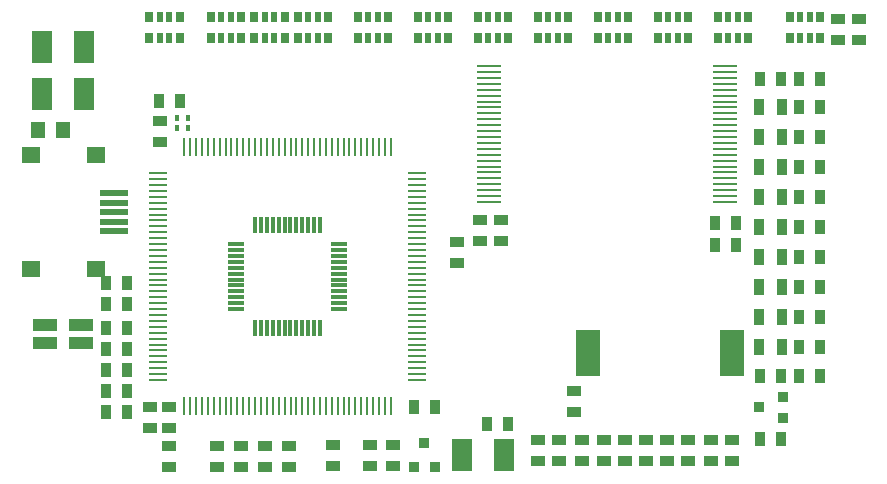
<source format=gtp>
G04 (created by PCBNEW (2013-04-19 BZR 4011)-stable) date 01/07/2013 10:58:15*
%MOIN*%
G04 Gerber Fmt 3.4, Leading zero omitted, Abs format*
%FSLAX34Y34*%
G01*
G70*
G90*
G04 APERTURE LIST*
%ADD10C,2.3622e-006*%
%ADD11R,0.0118X0.0572*%
%ADD12R,0.0572X0.0118*%
%ADD13R,0.06X0.01*%
%ADD14R,0.01X0.06*%
%ADD15R,0.07X0.11*%
%ADD16R,0.045X0.055*%
%ADD17R,0.035X0.045*%
%ADD18R,0.045X0.035*%
%ADD19R,0.035X0.055*%
%ADD20R,0.036X0.036*%
%ADD21R,0.0787X0.1575*%
%ADD22R,0.063X0.0551*%
%ADD23R,0.0925X0.0197*%
%ADD24R,0.08X0.04*%
%ADD25R,0.0157X0.0236*%
%ADD26R,0.0787X0.0078*%
%ADD27R,0.0256X0.0356*%
%ADD28R,0.0197X0.0356*%
G04 APERTURE END LIST*
G54D10*
G54D11*
X83689Y-50377D03*
X83492Y-50377D03*
X83295Y-50377D03*
X83098Y-50377D03*
X82902Y-50377D03*
X82705Y-50377D03*
X83886Y-50377D03*
X84083Y-50377D03*
G54D12*
X84723Y-51017D03*
X84723Y-51214D03*
X84723Y-51411D03*
G54D11*
X82705Y-53823D03*
X82508Y-53823D03*
X82311Y-53823D03*
X82114Y-53823D03*
X81917Y-53823D03*
G54D12*
X81277Y-53183D03*
G54D11*
X82902Y-53823D03*
X83098Y-53823D03*
X83295Y-53823D03*
X83492Y-53823D03*
X83689Y-53823D03*
G54D12*
X81277Y-52002D03*
X84723Y-52592D03*
X81277Y-52198D03*
X84723Y-52789D03*
X84723Y-52986D03*
X81277Y-52395D03*
X81277Y-52592D03*
X84723Y-53183D03*
G54D11*
X84083Y-53823D03*
G54D12*
X81277Y-52789D03*
X81277Y-52986D03*
G54D11*
X83886Y-53823D03*
G54D12*
X84723Y-52395D03*
X81277Y-51805D03*
X81277Y-51608D03*
X84723Y-52198D03*
X84723Y-52002D03*
X81277Y-51411D03*
X81277Y-51214D03*
X84723Y-51805D03*
X84723Y-51608D03*
X81277Y-51017D03*
G54D11*
X82508Y-50377D03*
X82311Y-50377D03*
X82114Y-50377D03*
X81917Y-50377D03*
G54D13*
X78675Y-48655D03*
X78675Y-48855D03*
X78675Y-49050D03*
X78675Y-49245D03*
X78675Y-49445D03*
X78675Y-49640D03*
X78675Y-49835D03*
X78675Y-50035D03*
X78675Y-50230D03*
X78675Y-50425D03*
X78675Y-50625D03*
X78675Y-50820D03*
X78675Y-51015D03*
X78675Y-51215D03*
X78675Y-51410D03*
X78675Y-51605D03*
X78675Y-51805D03*
X78675Y-52000D03*
X78675Y-52200D03*
X78675Y-52395D03*
X78675Y-52595D03*
X78675Y-52790D03*
X78675Y-52985D03*
X78675Y-53185D03*
X78675Y-53380D03*
X78675Y-53575D03*
X78675Y-53775D03*
X78675Y-53970D03*
X78675Y-54165D03*
X78675Y-54365D03*
X78675Y-54560D03*
X78675Y-54755D03*
X78675Y-54955D03*
X78675Y-55150D03*
X78675Y-55345D03*
X78675Y-55545D03*
G54D14*
X85265Y-56425D03*
X85460Y-56425D03*
X85655Y-56425D03*
X85855Y-56425D03*
X86050Y-56425D03*
X86245Y-56425D03*
X86445Y-56425D03*
X85460Y-47775D03*
X85265Y-47775D03*
X85065Y-47775D03*
X84870Y-47775D03*
X84675Y-47775D03*
X84475Y-47775D03*
X84280Y-47775D03*
X84085Y-47775D03*
X83885Y-47775D03*
X83690Y-47775D03*
X83495Y-47775D03*
X83295Y-47775D03*
X83100Y-47775D03*
X82900Y-47775D03*
X82705Y-47775D03*
X82505Y-47775D03*
X82310Y-47775D03*
X82115Y-47775D03*
X81915Y-47775D03*
X81720Y-47775D03*
X81525Y-47775D03*
X81325Y-47775D03*
X81130Y-47775D03*
X80935Y-47775D03*
X80735Y-47775D03*
X80540Y-47775D03*
X80345Y-47775D03*
X80145Y-47775D03*
X79950Y-47775D03*
X79755Y-47775D03*
X79555Y-47775D03*
X79555Y-56425D03*
X79755Y-56425D03*
X79950Y-56425D03*
X80145Y-56425D03*
X80345Y-56425D03*
X80540Y-56425D03*
X80735Y-56425D03*
X80935Y-56425D03*
X81130Y-56425D03*
X81325Y-56425D03*
X81525Y-56425D03*
X81720Y-56425D03*
X81915Y-56425D03*
X82115Y-56425D03*
X82310Y-56425D03*
X82505Y-56425D03*
X82705Y-56425D03*
X82900Y-56425D03*
X83100Y-56425D03*
X83295Y-56425D03*
X83495Y-56425D03*
X83690Y-56425D03*
X83885Y-56425D03*
X84085Y-56425D03*
X84280Y-56425D03*
X84475Y-56425D03*
X84675Y-56425D03*
X84870Y-56425D03*
X85065Y-56425D03*
G54D13*
X87325Y-54560D03*
X87325Y-54365D03*
X87325Y-54165D03*
X87325Y-53970D03*
X87325Y-53775D03*
X87325Y-53575D03*
X87325Y-53380D03*
X87325Y-53185D03*
X87325Y-52985D03*
X87325Y-52790D03*
X87325Y-52595D03*
X87325Y-52395D03*
X87325Y-52200D03*
X87325Y-52000D03*
X87325Y-51805D03*
X87325Y-51605D03*
X87325Y-51410D03*
X87325Y-51215D03*
X87325Y-51015D03*
X87325Y-50820D03*
X87325Y-50625D03*
X87325Y-50425D03*
X87325Y-50230D03*
X87325Y-50035D03*
X87325Y-49835D03*
X87325Y-49640D03*
X87325Y-49445D03*
X87325Y-49245D03*
X87325Y-49050D03*
X87325Y-48855D03*
X87325Y-48655D03*
X87325Y-55545D03*
X87325Y-55345D03*
X87325Y-55150D03*
X87325Y-54955D03*
X87325Y-54755D03*
G54D14*
X86445Y-47775D03*
X86245Y-47775D03*
X86050Y-47775D03*
X85855Y-47775D03*
X85655Y-47775D03*
G54D15*
X74800Y-46000D03*
X76200Y-46000D03*
X76200Y-44450D03*
X74800Y-44450D03*
G54D16*
X75525Y-47200D03*
X74675Y-47200D03*
G54D17*
X100750Y-47450D03*
X100050Y-47450D03*
G54D18*
X88650Y-51650D03*
X88650Y-50950D03*
G54D17*
X76950Y-55200D03*
X77650Y-55200D03*
X77650Y-55900D03*
X76950Y-55900D03*
X77650Y-56600D03*
X76950Y-56600D03*
G54D18*
X78400Y-56450D03*
X78400Y-57150D03*
G54D17*
X78700Y-46250D03*
X79400Y-46250D03*
G54D18*
X90100Y-50200D03*
X90100Y-50900D03*
G54D17*
X100750Y-54450D03*
X100050Y-54450D03*
X76950Y-54500D03*
X77650Y-54500D03*
X100750Y-46450D03*
X100050Y-46450D03*
X100750Y-53450D03*
X100050Y-53450D03*
X100750Y-48450D03*
X100050Y-48450D03*
X100750Y-49450D03*
X100050Y-49450D03*
X100750Y-51450D03*
X100050Y-51450D03*
X100750Y-52450D03*
X100050Y-52450D03*
X100750Y-50450D03*
X100050Y-50450D03*
X89650Y-57000D03*
X90350Y-57000D03*
G54D18*
X79050Y-57150D03*
X79050Y-56450D03*
G54D17*
X77650Y-52300D03*
X76950Y-52300D03*
X77650Y-53000D03*
X76950Y-53000D03*
G54D19*
X99475Y-46450D03*
X98725Y-46450D03*
X99475Y-47450D03*
X98725Y-47450D03*
X99475Y-48450D03*
X98725Y-48450D03*
X99475Y-49450D03*
X98725Y-49450D03*
X99475Y-51450D03*
X98725Y-51450D03*
X99475Y-50450D03*
X98725Y-50450D03*
X99475Y-52450D03*
X98725Y-52450D03*
X99475Y-53450D03*
X98725Y-53450D03*
X99475Y-54450D03*
X98725Y-54450D03*
G54D18*
X78750Y-47600D03*
X78750Y-46900D03*
G54D17*
X100050Y-45500D03*
X100750Y-45500D03*
X97950Y-50300D03*
X97250Y-50300D03*
X98750Y-45500D03*
X99450Y-45500D03*
X98750Y-57500D03*
X99450Y-57500D03*
X99450Y-55400D03*
X98750Y-55400D03*
G54D18*
X101350Y-43500D03*
X101350Y-44200D03*
G54D20*
X99500Y-56100D03*
X99500Y-56800D03*
X98700Y-56450D03*
G54D21*
X93000Y-54650D03*
X97800Y-54650D03*
G54D22*
X74435Y-48060D03*
X76600Y-48060D03*
X74435Y-51840D03*
X76600Y-51840D03*
G54D23*
X77230Y-49320D03*
X77230Y-49635D03*
X77230Y-49950D03*
X77230Y-50265D03*
X77230Y-50580D03*
G54D18*
X102050Y-44200D03*
X102050Y-43500D03*
G54D15*
X90200Y-58050D03*
X88800Y-58050D03*
G54D24*
X74900Y-54300D03*
X76100Y-54300D03*
X76100Y-53700D03*
X74900Y-53700D03*
G54D18*
X81450Y-58450D03*
X81450Y-57750D03*
X84500Y-57700D03*
X84500Y-58400D03*
X80650Y-57750D03*
X80650Y-58450D03*
X79050Y-57750D03*
X79050Y-58450D03*
G54D20*
X87900Y-58450D03*
X87200Y-58450D03*
X87550Y-57650D03*
G54D18*
X85750Y-58400D03*
X85750Y-57700D03*
X97100Y-58250D03*
X97100Y-57550D03*
X96350Y-57550D03*
X96350Y-58250D03*
X95650Y-57550D03*
X95650Y-58250D03*
X94950Y-57550D03*
X94950Y-58250D03*
X94250Y-57550D03*
X94250Y-58250D03*
X93550Y-58250D03*
X93550Y-57550D03*
X92800Y-57550D03*
X92800Y-58250D03*
X92050Y-57550D03*
X92050Y-58250D03*
X91350Y-57550D03*
X91350Y-58250D03*
X97800Y-58250D03*
X97800Y-57550D03*
X82250Y-58450D03*
X82250Y-57750D03*
X92550Y-55900D03*
X92550Y-56600D03*
G54D17*
X100750Y-55400D03*
X100050Y-55400D03*
G54D18*
X86500Y-58400D03*
X86500Y-57700D03*
X83050Y-58450D03*
X83050Y-57750D03*
X89400Y-50900D03*
X89400Y-50200D03*
G54D17*
X87900Y-56450D03*
X87200Y-56450D03*
X76950Y-53800D03*
X77650Y-53800D03*
G54D25*
X79677Y-46800D03*
X79323Y-46800D03*
X79677Y-47150D03*
X79323Y-47150D03*
G54D26*
X97587Y-49220D03*
X97587Y-49023D03*
X97587Y-48826D03*
X97587Y-48630D03*
X97587Y-48433D03*
X97587Y-48236D03*
X97587Y-48039D03*
X97587Y-47842D03*
X97587Y-47645D03*
X97587Y-47448D03*
X97587Y-47252D03*
X97587Y-47055D03*
X97587Y-46858D03*
X97587Y-46661D03*
X97587Y-46464D03*
X97587Y-46267D03*
X97587Y-46070D03*
X97587Y-45874D03*
X97587Y-45677D03*
X97587Y-45480D03*
X97587Y-45283D03*
X97587Y-45086D03*
X89713Y-45086D03*
X89713Y-45283D03*
X89713Y-45480D03*
X89713Y-45677D03*
X89713Y-45874D03*
X89713Y-46070D03*
X89713Y-46267D03*
X89713Y-46464D03*
X89713Y-46661D03*
X89713Y-46858D03*
X89713Y-47055D03*
X89713Y-47252D03*
X89713Y-47448D03*
X89713Y-47645D03*
X89713Y-47842D03*
X89713Y-48039D03*
X89713Y-48236D03*
X89713Y-48433D03*
X89713Y-48630D03*
X89713Y-48826D03*
X89713Y-49023D03*
X89713Y-49220D03*
X89713Y-49417D03*
X89713Y-49614D03*
X97587Y-49417D03*
X97587Y-49614D03*
G54D17*
X97250Y-51050D03*
X97950Y-51050D03*
G54D27*
X100752Y-44149D03*
G54D28*
X100407Y-44149D03*
X100093Y-44149D03*
G54D27*
X99748Y-44149D03*
X99748Y-43451D03*
G54D28*
X100093Y-43451D03*
X100407Y-43451D03*
G54D27*
X100752Y-43451D03*
X98352Y-44149D03*
G54D28*
X98007Y-44149D03*
X97693Y-44149D03*
G54D27*
X97348Y-44149D03*
X97348Y-43451D03*
G54D28*
X97693Y-43451D03*
X98007Y-43451D03*
G54D27*
X98352Y-43451D03*
X96352Y-44149D03*
G54D28*
X96007Y-44149D03*
X95693Y-44149D03*
G54D27*
X95348Y-44149D03*
X95348Y-43451D03*
G54D28*
X95693Y-43451D03*
X96007Y-43451D03*
G54D27*
X96352Y-43451D03*
X94352Y-44149D03*
G54D28*
X94007Y-44149D03*
X93693Y-44149D03*
G54D27*
X93348Y-44149D03*
X93348Y-43451D03*
G54D28*
X93693Y-43451D03*
X94007Y-43451D03*
G54D27*
X94352Y-43451D03*
X92352Y-44149D03*
G54D28*
X92007Y-44149D03*
X91693Y-44149D03*
G54D27*
X91348Y-44149D03*
X91348Y-43451D03*
G54D28*
X91693Y-43451D03*
X92007Y-43451D03*
G54D27*
X92352Y-43451D03*
X90352Y-44149D03*
G54D28*
X90007Y-44149D03*
X89693Y-44149D03*
G54D27*
X89348Y-44149D03*
X89348Y-43451D03*
G54D28*
X89693Y-43451D03*
X90007Y-43451D03*
G54D27*
X90352Y-43451D03*
X88352Y-44149D03*
G54D28*
X88007Y-44149D03*
X87693Y-44149D03*
G54D27*
X87348Y-44149D03*
X87348Y-43451D03*
G54D28*
X87693Y-43451D03*
X88007Y-43451D03*
G54D27*
X88352Y-43451D03*
X86352Y-44149D03*
G54D28*
X86007Y-44149D03*
X85693Y-44149D03*
G54D27*
X85348Y-44149D03*
X85348Y-43451D03*
G54D28*
X85693Y-43451D03*
X86007Y-43451D03*
G54D27*
X86352Y-43451D03*
X84352Y-44149D03*
G54D28*
X84007Y-44149D03*
X83693Y-44149D03*
G54D27*
X83348Y-44149D03*
X83348Y-43451D03*
G54D28*
X83693Y-43451D03*
X84007Y-43451D03*
G54D27*
X84352Y-43451D03*
X82902Y-44149D03*
G54D28*
X82557Y-44149D03*
X82243Y-44149D03*
G54D27*
X81898Y-44149D03*
X81898Y-43451D03*
G54D28*
X82243Y-43451D03*
X82557Y-43451D03*
G54D27*
X82902Y-43451D03*
X81452Y-44149D03*
G54D28*
X81107Y-44149D03*
X80793Y-44149D03*
G54D27*
X80448Y-44149D03*
X80448Y-43451D03*
G54D28*
X80793Y-43451D03*
X81107Y-43451D03*
G54D27*
X81452Y-43451D03*
X79402Y-44149D03*
G54D28*
X79057Y-44149D03*
X78743Y-44149D03*
G54D27*
X78398Y-44149D03*
X78398Y-43451D03*
G54D28*
X78743Y-43451D03*
X79057Y-43451D03*
G54D27*
X79402Y-43451D03*
M02*

</source>
